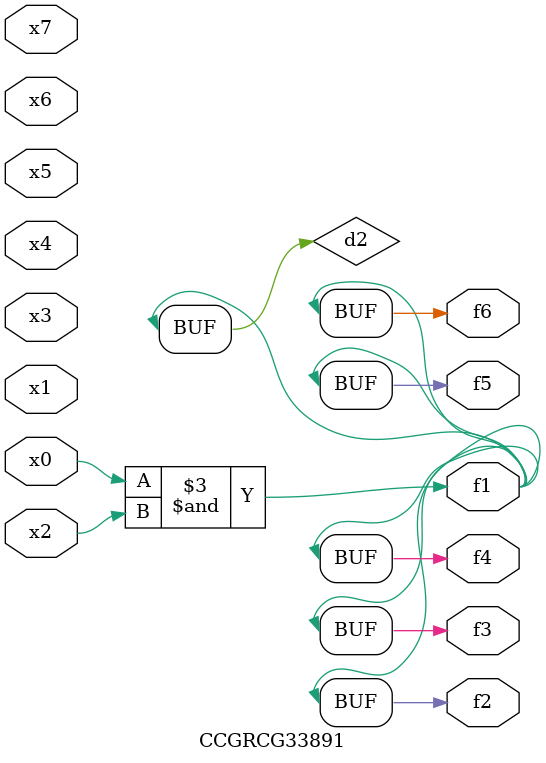
<source format=v>
module CCGRCG33891(
	input x0, x1, x2, x3, x4, x5, x6, x7,
	output f1, f2, f3, f4, f5, f6
);

	wire d1, d2;

	nor (d1, x3, x6);
	and (d2, x0, x2);
	assign f1 = d2;
	assign f2 = d2;
	assign f3 = d2;
	assign f4 = d2;
	assign f5 = d2;
	assign f6 = d2;
endmodule

</source>
